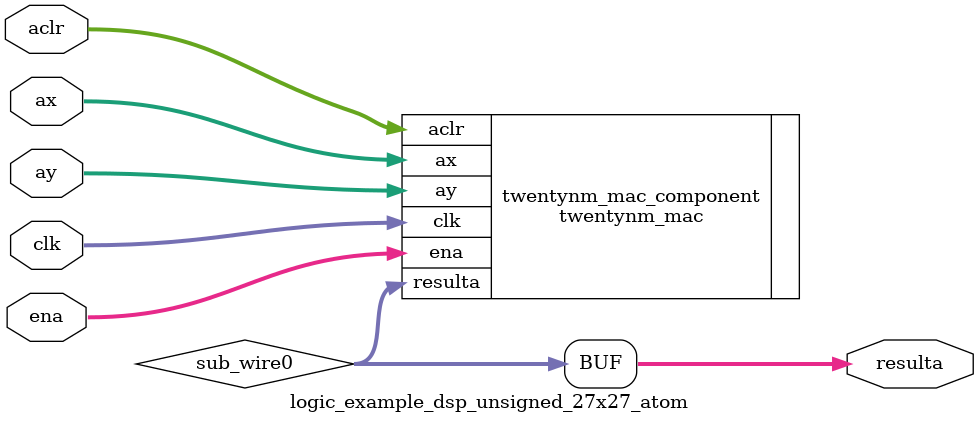
<source format=sv>

`timescale 1 ps / 1 ps
// synopsys translate_on
module  logic_example_dsp_unsigned_27x27_atom (
            aclr,
            ax,
            ay,
            clk,
            ena,
            resulta);

            input [1:0] aclr;
            input [26:0] ax;
            input [26:0] ay;
            input [2:0] clk;
            input [2:0] ena;
            output [53:0] resulta;

            wire [53:0] sub_wire0;
            wire [53:0] resulta = sub_wire0[53:0];    

            twentynm_mac        twentynm_mac_component (
                                        .aclr (aclr),
                                        .ax (ax),
                                        .ay (ay),
                                        .clk (clk),
                                        .ena (ena),
                                        .resulta (sub_wire0));
            defparam
                    twentynm_mac_component.ax_width = 27,
                    twentynm_mac_component.ay_scan_in_width = 27,
                    twentynm_mac_component.operation_mode = "m27x27",
                    twentynm_mac_component.mode_sub_location = 0,
                    twentynm_mac_component.operand_source_max = "input",
                    twentynm_mac_component.operand_source_may = "input",
                    twentynm_mac_component.operand_source_mbx = "input",
                    twentynm_mac_component.operand_source_mby = "input",
                    twentynm_mac_component.signed_max = "false",
                    twentynm_mac_component.signed_may = "false",
                    twentynm_mac_component.signed_mbx = "false",
                    twentynm_mac_component.signed_mby = "false",
                    twentynm_mac_component.preadder_subtract_a = "false",
                    twentynm_mac_component.preadder_subtract_b = "false",
                    twentynm_mac_component.ay_use_scan_in = "false",
                    twentynm_mac_component.by_use_scan_in = "false",
                    twentynm_mac_component.delay_scan_out_ay = "false",
                    twentynm_mac_component.delay_scan_out_by = "false",
                    twentynm_mac_component.use_chainadder = "false",
                    twentynm_mac_component.enable_double_accum = "false",
                    twentynm_mac_component.load_const_value = 0,
                    twentynm_mac_component.coef_a_0 = 0,
                    twentynm_mac_component.coef_a_1 = 0,
                    twentynm_mac_component.coef_a_2 = 0,
                    twentynm_mac_component.coef_a_3 = 0,
                    twentynm_mac_component.coef_a_4 = 0,
                    twentynm_mac_component.coef_a_5 = 0,
                    twentynm_mac_component.coef_a_6 = 0,
                    twentynm_mac_component.coef_a_7 = 0,
                    twentynm_mac_component.coef_b_0 = 0,
                    twentynm_mac_component.coef_b_1 = 0,
                    twentynm_mac_component.coef_b_2 = 0,
                    twentynm_mac_component.coef_b_3 = 0,
                    twentynm_mac_component.coef_b_4 = 0,
                    twentynm_mac_component.coef_b_5 = 0,
                    twentynm_mac_component.coef_b_6 = 0,
                    twentynm_mac_component.coef_b_7 = 0,
                    twentynm_mac_component.ax_clock = "0",
                    twentynm_mac_component.ay_scan_in_clock = "0",
                    twentynm_mac_component.az_clock = "none",
                    twentynm_mac_component.bx_clock = "none",
                    twentynm_mac_component.by_clock = "none",
                    twentynm_mac_component.bz_clock = "none",
                    twentynm_mac_component.coef_sel_a_clock = "none",
                    twentynm_mac_component.coef_sel_b_clock = "none",
                    twentynm_mac_component.sub_clock = "none",
                    twentynm_mac_component.sub_pipeline_clock = "none",
                    twentynm_mac_component.negate_clock = "none",
                    twentynm_mac_component.negate_pipeline_clock = "none",
                    twentynm_mac_component.accumulate_clock = "none",
                    twentynm_mac_component.accum_pipeline_clock = "none",
                    twentynm_mac_component.load_const_clock = "none",
                    twentynm_mac_component.load_const_pipeline_clock = "none",
                    twentynm_mac_component.input_pipeline_clock = "none",
                    twentynm_mac_component.output_clock = "0",
                    twentynm_mac_component.scan_out_width = 18,
                    twentynm_mac_component.result_a_width = 54;


endmodule



</source>
